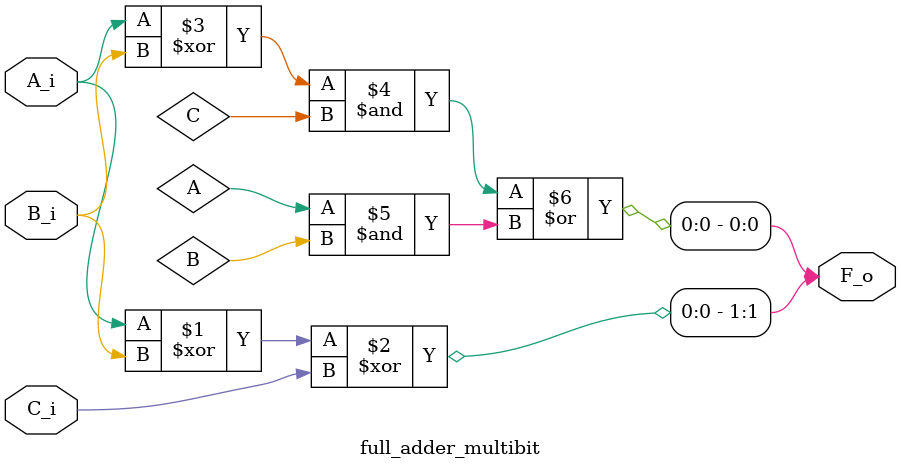
<source format=v>
module full_adder_multibit (
    input           A_i,
    input           B_i,
    input           C_i,
    output  [1:0]   F_o
);

    assign  F_o[1] = A_i ^ B_i ^ C_i;
    assign  F_o[0] = ((A_i ^ B_i) & C) | (A & B);

endmodule
</source>
